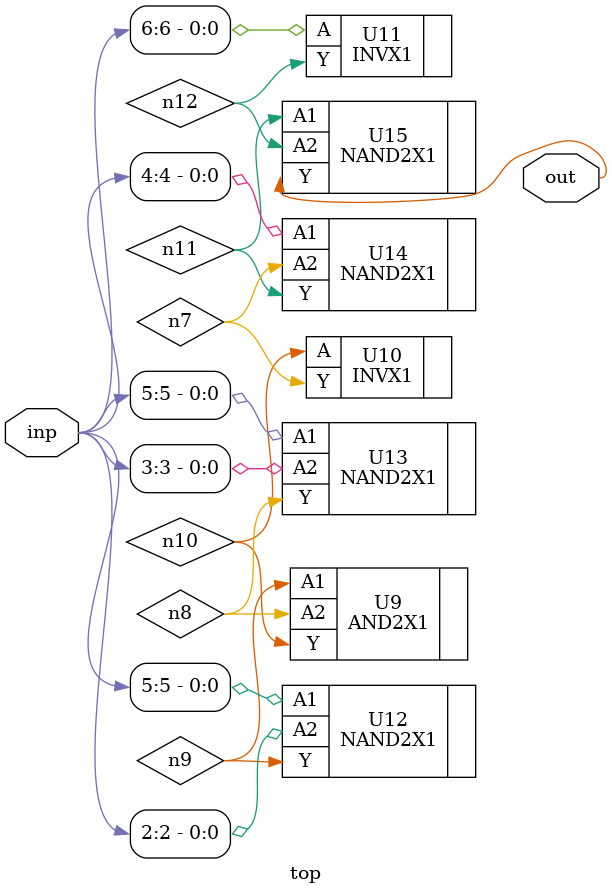
<source format=sv>


module top ( inp, out );
  input [6:0] inp;
  output out;
  wire   n7, n8, n9, n10, n11, n12;

  AND2X1 U9 ( .A1(n9), .A2(n8), .Y(n10) );
  INVX1 U10 ( .A(n10), .Y(n7) );
  INVX1 U11 ( .A(inp[6]), .Y(n12) );
  NAND2X1 U12 ( .A1(inp[5]), .A2(inp[2]), .Y(n9) );
  NAND2X1 U13 ( .A1(inp[5]), .A2(inp[3]), .Y(n8) );
  NAND2X1 U14 ( .A1(inp[4]), .A2(n7), .Y(n11) );
  NAND2X1 U15 ( .A1(n11), .A2(n12), .Y(out) );
endmodule


</source>
